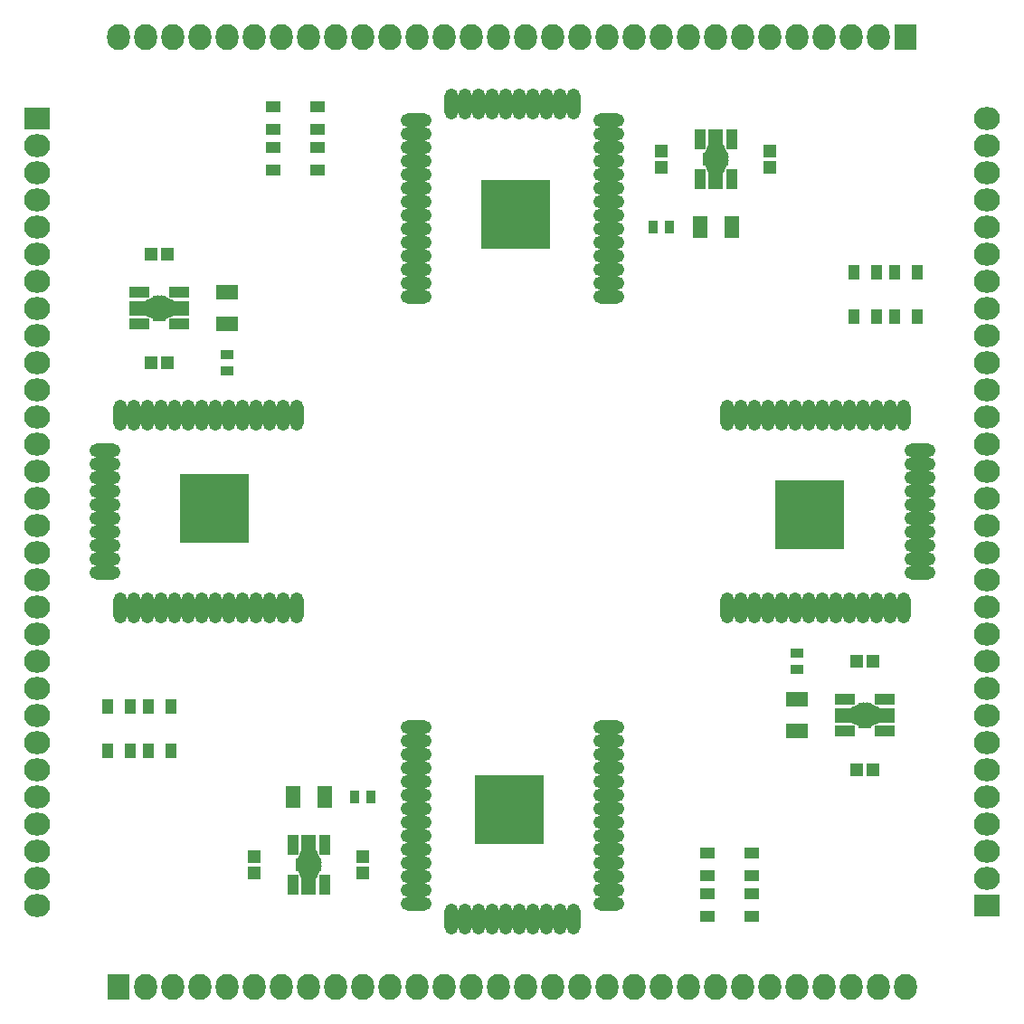
<source format=gts>
G04 #@! TF.FileFunction,Soldermask,Top*
%FSLAX46Y46*%
G04 Gerber Fmt 4.6, Leading zero omitted, Abs format (unit mm)*
G04 Created by KiCad (PCBNEW 4.0.1-stable) date 2017/04/12 16:11:32*
%MOMM*%
G01*
G04 APERTURE LIST*
%ADD10C,0.100000*%
%ADD11O,2.900000X1.300000*%
%ADD12O,1.300000X2.900000*%
%ADD13R,6.400000X6.400000*%
%ADD14R,3.400000X3.400000*%
%ADD15R,1.450000X1.050000*%
%ADD16R,2.127200X2.432000*%
%ADD17O,2.127200X2.432000*%
%ADD18R,1.101040X1.901140*%
%ADD19R,1.400760X1.901140*%
%ADD20R,2.398980X1.200100*%
%ADD21R,0.900000X1.300000*%
%ADD22R,1.400000X2.000000*%
%ADD23R,1.150000X1.200000*%
%ADD24R,1.200000X1.150000*%
%ADD25R,2.000000X1.400000*%
%ADD26R,1.300000X0.900000*%
%ADD27R,1.901140X1.101040*%
%ADD28R,1.901140X1.400760*%
%ADD29R,1.200100X2.398980*%
%ADD30R,2.432000X2.127200*%
%ADD31O,2.432000X2.127200*%
%ADD32R,1.050000X1.450000*%
G04 APERTURE END LIST*
D10*
D11*
X148480000Y-54780000D03*
X148480000Y-53510000D03*
X148480000Y-52240000D03*
X148480000Y-50970000D03*
X148480000Y-49700000D03*
X148480000Y-48430000D03*
X148480000Y-47160000D03*
X148480000Y-45890000D03*
X148480000Y-44620000D03*
X148480000Y-43350000D03*
X148480000Y-42080000D03*
X148480000Y-40810000D03*
X148480000Y-39540000D03*
X148480000Y-38270000D03*
D12*
X151765000Y-36780000D03*
X153035000Y-36780000D03*
X154305000Y-36780000D03*
X155575000Y-36780000D03*
X156845000Y-36780000D03*
X158115000Y-36780000D03*
X159385000Y-36780000D03*
X160655000Y-36780000D03*
X161925000Y-36780000D03*
X163195000Y-36780000D03*
D11*
X166480000Y-38270000D03*
X166480000Y-39540000D03*
X166480000Y-40810000D03*
X166480000Y-42080000D03*
X166480000Y-43350000D03*
X166480000Y-44620000D03*
X166480000Y-45890000D03*
X166480000Y-47160000D03*
X166480000Y-48430000D03*
X166480000Y-49700000D03*
X166480000Y-50970000D03*
X166480000Y-52240000D03*
X166480000Y-53510000D03*
X166480000Y-54780000D03*
D13*
X157780000Y-47080000D03*
D14*
X157780000Y-47080000D03*
D15*
X139235000Y-39175000D03*
X135085000Y-39175000D03*
X135085000Y-37025000D03*
X139235000Y-37025000D03*
X139235000Y-42985000D03*
X135085000Y-42985000D03*
X135085000Y-40835000D03*
X139235000Y-40835000D03*
D16*
X194310000Y-30480000D03*
D17*
X191770000Y-30480000D03*
X189230000Y-30480000D03*
X186690000Y-30480000D03*
X184150000Y-30480000D03*
X181610000Y-30480000D03*
X179070000Y-30480000D03*
X176530000Y-30480000D03*
X173990000Y-30480000D03*
X171450000Y-30480000D03*
X168910000Y-30480000D03*
X166370000Y-30480000D03*
X163830000Y-30480000D03*
X161290000Y-30480000D03*
X158750000Y-30480000D03*
X156210000Y-30480000D03*
X153670000Y-30480000D03*
X151130000Y-30480000D03*
X148590000Y-30480000D03*
X146050000Y-30480000D03*
X143510000Y-30480000D03*
X140970000Y-30480000D03*
X138430000Y-30480000D03*
X135890000Y-30480000D03*
X133350000Y-30480000D03*
X130810000Y-30480000D03*
X128270000Y-30480000D03*
X125730000Y-30480000D03*
X123190000Y-30480000D03*
X120650000Y-30480000D03*
D10*
G36*
X177730760Y-42061790D02*
X177230380Y-43211090D01*
X175829620Y-43211090D01*
X175329240Y-42061790D01*
X177730760Y-42061790D01*
X177730760Y-42061790D01*
G37*
D18*
X178031140Y-43761660D03*
X175028860Y-43761660D03*
X178031140Y-40058340D03*
D19*
X176530000Y-40058340D03*
D18*
X175028860Y-40058340D03*
D19*
X176530000Y-43761660D03*
D10*
G36*
X175329240Y-41758210D02*
X175829620Y-40608910D01*
X177230380Y-40608910D01*
X177730760Y-41758210D01*
X175329240Y-41758210D01*
X175329240Y-41758210D01*
G37*
D20*
X176530000Y-41910000D03*
D21*
X172200000Y-48260000D03*
X170700000Y-48260000D03*
D22*
X175030000Y-48260000D03*
X178030000Y-48260000D03*
D23*
X171450000Y-42660000D03*
X171450000Y-41160000D03*
X181610000Y-42660000D03*
X181610000Y-41160000D03*
D24*
X125210000Y-50800000D03*
X123710000Y-50800000D03*
X125210000Y-60960000D03*
X123710000Y-60960000D03*
D25*
X130810000Y-57380000D03*
X130810000Y-54380000D03*
D26*
X130810000Y-60210000D03*
X130810000Y-61710000D03*
D10*
G36*
X124611790Y-54679240D02*
X125761090Y-55179620D01*
X125761090Y-56580380D01*
X124611790Y-57080760D01*
X124611790Y-54679240D01*
X124611790Y-54679240D01*
G37*
D27*
X126311660Y-54378860D03*
X126311660Y-57381140D03*
X122608340Y-54378860D03*
D28*
X122608340Y-55880000D03*
D27*
X122608340Y-57381140D03*
D28*
X126311660Y-55880000D03*
D10*
G36*
X124308210Y-57080760D02*
X123158910Y-56580380D01*
X123158910Y-55179620D01*
X124308210Y-54679240D01*
X124308210Y-57080760D01*
X124308210Y-57080760D01*
G37*
D29*
X124460000Y-55880000D03*
D30*
X113030000Y-38100000D03*
D31*
X113030000Y-40640000D03*
X113030000Y-43180000D03*
X113030000Y-45720000D03*
X113030000Y-48260000D03*
X113030000Y-50800000D03*
X113030000Y-53340000D03*
X113030000Y-55880000D03*
X113030000Y-58420000D03*
X113030000Y-60960000D03*
X113030000Y-63500000D03*
X113030000Y-66040000D03*
X113030000Y-68580000D03*
X113030000Y-71120000D03*
X113030000Y-73660000D03*
X113030000Y-76200000D03*
X113030000Y-78740000D03*
X113030000Y-81280000D03*
X113030000Y-83820000D03*
X113030000Y-86360000D03*
X113030000Y-88900000D03*
X113030000Y-91440000D03*
X113030000Y-93980000D03*
X113030000Y-96520000D03*
X113030000Y-99060000D03*
X113030000Y-101600000D03*
X113030000Y-104140000D03*
X113030000Y-106680000D03*
X113030000Y-109220000D03*
X113030000Y-111760000D03*
D32*
X125535000Y-93175000D03*
X125535000Y-97325000D03*
X123385000Y-97325000D03*
X123385000Y-93175000D03*
X121725000Y-93175000D03*
X121725000Y-97325000D03*
X119575000Y-97325000D03*
X119575000Y-93175000D03*
D12*
X137330000Y-83930000D03*
X136060000Y-83930000D03*
X134790000Y-83930000D03*
X133520000Y-83930000D03*
X132250000Y-83930000D03*
X130980000Y-83930000D03*
X129710000Y-83930000D03*
X128440000Y-83930000D03*
X127170000Y-83930000D03*
X125900000Y-83930000D03*
X124630000Y-83930000D03*
X123360000Y-83930000D03*
X122090000Y-83930000D03*
X120820000Y-83930000D03*
D11*
X119330000Y-80645000D03*
X119330000Y-79375000D03*
X119330000Y-78105000D03*
X119330000Y-76835000D03*
X119330000Y-75565000D03*
X119330000Y-74295000D03*
X119330000Y-73025000D03*
X119330000Y-71755000D03*
X119330000Y-70485000D03*
X119330000Y-69215000D03*
D12*
X120820000Y-65930000D03*
X122090000Y-65930000D03*
X123360000Y-65930000D03*
X124630000Y-65930000D03*
X125900000Y-65930000D03*
X127170000Y-65930000D03*
X128440000Y-65930000D03*
X129710000Y-65930000D03*
X130980000Y-65930000D03*
X132250000Y-65930000D03*
X133520000Y-65930000D03*
X134790000Y-65930000D03*
X136060000Y-65930000D03*
X137330000Y-65930000D03*
D13*
X129630000Y-74630000D03*
D14*
X129630000Y-74630000D03*
D12*
X177630000Y-65930000D03*
X178900000Y-65930000D03*
X180170000Y-65930000D03*
X181440000Y-65930000D03*
X182710000Y-65930000D03*
X183980000Y-65930000D03*
X185250000Y-65930000D03*
X186520000Y-65930000D03*
X187790000Y-65930000D03*
X189060000Y-65930000D03*
X190330000Y-65930000D03*
X191600000Y-65930000D03*
X192870000Y-65930000D03*
X194140000Y-65930000D03*
D11*
X195630000Y-69215000D03*
X195630000Y-70485000D03*
X195630000Y-71755000D03*
X195630000Y-73025000D03*
X195630000Y-74295000D03*
X195630000Y-75565000D03*
X195630000Y-76835000D03*
X195630000Y-78105000D03*
X195630000Y-79375000D03*
X195630000Y-80645000D03*
D12*
X194140000Y-83930000D03*
X192870000Y-83930000D03*
X191600000Y-83930000D03*
X190330000Y-83930000D03*
X189060000Y-83930000D03*
X187790000Y-83930000D03*
X186520000Y-83930000D03*
X185250000Y-83930000D03*
X183980000Y-83930000D03*
X182710000Y-83930000D03*
X181440000Y-83930000D03*
X180170000Y-83930000D03*
X178900000Y-83930000D03*
X177630000Y-83930000D03*
D13*
X185330000Y-75230000D03*
D14*
X185330000Y-75230000D03*
D32*
X193235000Y-56685000D03*
X193235000Y-52535000D03*
X195385000Y-52535000D03*
X195385000Y-56685000D03*
X189425000Y-56685000D03*
X189425000Y-52535000D03*
X191575000Y-52535000D03*
X191575000Y-56685000D03*
D30*
X201930000Y-111760000D03*
D31*
X201930000Y-109220000D03*
X201930000Y-106680000D03*
X201930000Y-104140000D03*
X201930000Y-101600000D03*
X201930000Y-99060000D03*
X201930000Y-96520000D03*
X201930000Y-93980000D03*
X201930000Y-91440000D03*
X201930000Y-88900000D03*
X201930000Y-86360000D03*
X201930000Y-83820000D03*
X201930000Y-81280000D03*
X201930000Y-78740000D03*
X201930000Y-76200000D03*
X201930000Y-73660000D03*
X201930000Y-71120000D03*
X201930000Y-68580000D03*
X201930000Y-66040000D03*
X201930000Y-63500000D03*
X201930000Y-60960000D03*
X201930000Y-58420000D03*
X201930000Y-55880000D03*
X201930000Y-53340000D03*
X201930000Y-50800000D03*
X201930000Y-48260000D03*
X201930000Y-45720000D03*
X201930000Y-43180000D03*
X201930000Y-40640000D03*
X201930000Y-38100000D03*
D10*
G36*
X190348210Y-95180760D02*
X189198910Y-94680380D01*
X189198910Y-93279620D01*
X190348210Y-92779240D01*
X190348210Y-95180760D01*
X190348210Y-95180760D01*
G37*
D27*
X188648340Y-95481140D03*
X188648340Y-92478860D03*
X192351660Y-95481140D03*
D28*
X192351660Y-93980000D03*
D27*
X192351660Y-92478860D03*
D28*
X188648340Y-93980000D03*
D10*
G36*
X190651790Y-92779240D02*
X191801090Y-93279620D01*
X191801090Y-94680380D01*
X190651790Y-95180760D01*
X190651790Y-92779240D01*
X190651790Y-92779240D01*
G37*
D29*
X190500000Y-93980000D03*
D26*
X184150000Y-89650000D03*
X184150000Y-88150000D03*
D25*
X184150000Y-92480000D03*
X184150000Y-95480000D03*
D24*
X189750000Y-88900000D03*
X191250000Y-88900000D03*
X189750000Y-99060000D03*
X191250000Y-99060000D03*
D23*
X133350000Y-107200000D03*
X133350000Y-108700000D03*
X143510000Y-107200000D03*
X143510000Y-108700000D03*
D22*
X139930000Y-101600000D03*
X136930000Y-101600000D03*
D21*
X142760000Y-101600000D03*
X144260000Y-101600000D03*
D10*
G36*
X137229240Y-107798210D02*
X137729620Y-106648910D01*
X139130380Y-106648910D01*
X139630760Y-107798210D01*
X137229240Y-107798210D01*
X137229240Y-107798210D01*
G37*
D18*
X136928860Y-106098340D03*
X139931140Y-106098340D03*
X136928860Y-109801660D03*
D19*
X138430000Y-109801660D03*
D18*
X139931140Y-109801660D03*
D19*
X138430000Y-106098340D03*
D10*
G36*
X139630760Y-108101790D02*
X139130380Y-109251090D01*
X137729620Y-109251090D01*
X137229240Y-108101790D01*
X139630760Y-108101790D01*
X139630760Y-108101790D01*
G37*
D20*
X138430000Y-107950000D03*
D16*
X120650000Y-119380000D03*
D17*
X123190000Y-119380000D03*
X125730000Y-119380000D03*
X128270000Y-119380000D03*
X130810000Y-119380000D03*
X133350000Y-119380000D03*
X135890000Y-119380000D03*
X138430000Y-119380000D03*
X140970000Y-119380000D03*
X143510000Y-119380000D03*
X146050000Y-119380000D03*
X148590000Y-119380000D03*
X151130000Y-119380000D03*
X153670000Y-119380000D03*
X156210000Y-119380000D03*
X158750000Y-119380000D03*
X161290000Y-119380000D03*
X163830000Y-119380000D03*
X166370000Y-119380000D03*
X168910000Y-119380000D03*
X171450000Y-119380000D03*
X173990000Y-119380000D03*
X176530000Y-119380000D03*
X179070000Y-119380000D03*
X181610000Y-119380000D03*
X184150000Y-119380000D03*
X186690000Y-119380000D03*
X189230000Y-119380000D03*
X191770000Y-119380000D03*
X194310000Y-119380000D03*
D15*
X175725000Y-106875000D03*
X179875000Y-106875000D03*
X179875000Y-109025000D03*
X175725000Y-109025000D03*
X175725000Y-110685000D03*
X179875000Y-110685000D03*
X179875000Y-112835000D03*
X175725000Y-112835000D03*
D11*
X166480000Y-95080000D03*
X166480000Y-96350000D03*
X166480000Y-97620000D03*
X166480000Y-98890000D03*
X166480000Y-100160000D03*
X166480000Y-101430000D03*
X166480000Y-102700000D03*
X166480000Y-103970000D03*
X166480000Y-105240000D03*
X166480000Y-106510000D03*
X166480000Y-107780000D03*
X166480000Y-109050000D03*
X166480000Y-110320000D03*
X166480000Y-111590000D03*
D12*
X163195000Y-113080000D03*
X161925000Y-113080000D03*
X160655000Y-113080000D03*
X159385000Y-113080000D03*
X158115000Y-113080000D03*
X156845000Y-113080000D03*
X155575000Y-113080000D03*
X154305000Y-113080000D03*
X153035000Y-113080000D03*
X151765000Y-113080000D03*
D11*
X148480000Y-111590000D03*
X148480000Y-110320000D03*
X148480000Y-109050000D03*
X148480000Y-107780000D03*
X148480000Y-106510000D03*
X148480000Y-105240000D03*
X148480000Y-103970000D03*
X148480000Y-102700000D03*
X148480000Y-101430000D03*
X148480000Y-100160000D03*
X148480000Y-98890000D03*
X148480000Y-97620000D03*
X148480000Y-96350000D03*
X148480000Y-95080000D03*
D13*
X157180000Y-102780000D03*
D14*
X157180000Y-102780000D03*
M02*

</source>
